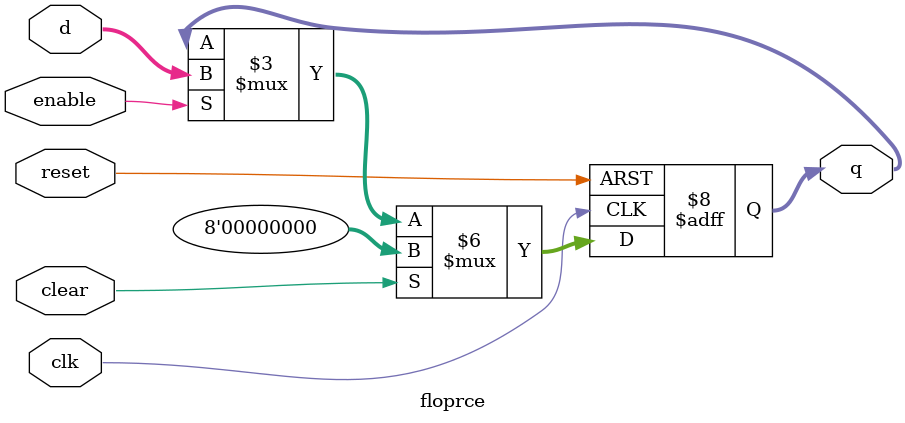
<source format=sv>
module floprce #(parameter WIDTH = 8)
                (input  logic             clk, reset,
                 input  logic             clear, enable,
                 input  logic [WIDTH-1:0] d, 
                 output logic [WIDTH-1:0] q);

  always_ff @(posedge clk, posedge reset)
    if (reset) q <= 0;
    else       if (clear) q <= 0;
               else       if (enable) q <= d;
                          else        q <= q;
endmodule
</source>
